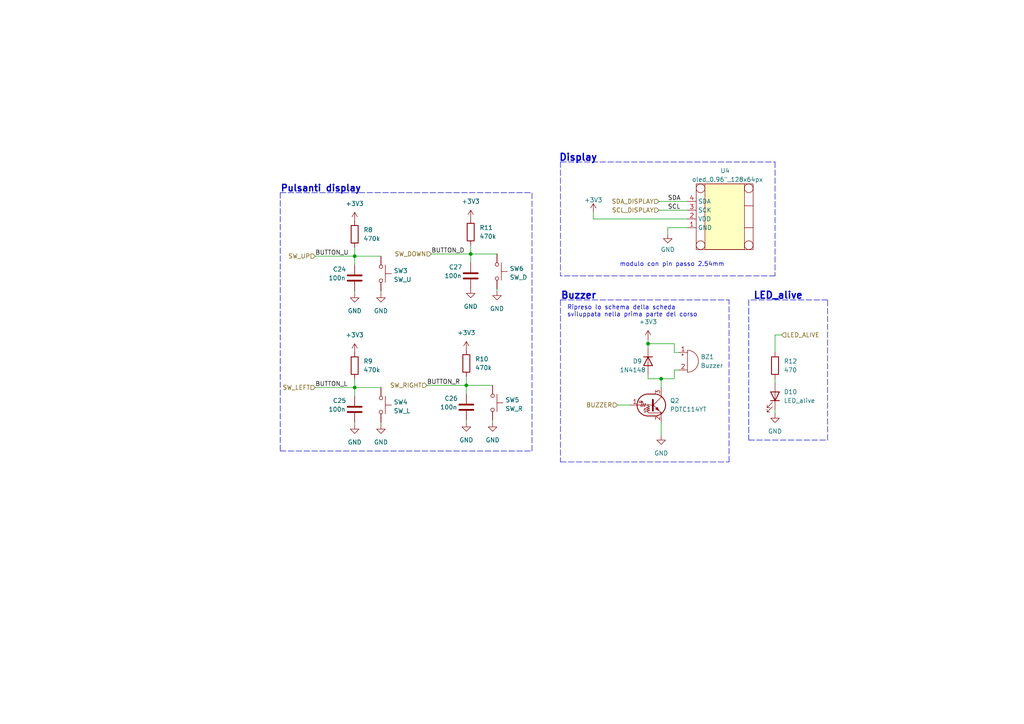
<source format=kicad_sch>
(kicad_sch (version 20211123) (generator eeschema)
  (paper "A4")
  (title_block (title "Scheda PSE RP2040") (date "2023-03-29") (rev "1.0") (comment 1 "Filippo Castellan ") (comment 2 "Edoardo Nicolodi") (comment 3 "Alessandro Speranza") (comment 4 "Ilaria Zamai"))
  (lib_symbols
    (symbol "Device:Buzzer" (pin_names (offset 0.0254) hide)
      (property "Reference" "BZ" (at 3.81 1.27 0))
      (property "Value" "Buzzer" (at 3.81 -1.27 0))
      (symbol "Buzzer_0_1"
        (arc (start 0 -3.175) (mid 3.175 0) (end 0 3.175))
        (polyline (pts (xy -1.651 1.905) (xy -1.143 1.905)))
        (polyline (pts (xy -1.397 2.159) (xy -1.397 1.651)))
        (polyline (pts (xy 0 3.175) (xy 0 -3.175)))
      )
      (symbol "Buzzer_1_1"
        (pin passive line (at -2.54 2.54 0) (length 2.54) (name "-") (number "1"))
        (pin passive line (at -2.54 -2.54 0) (length 2.54) (name "+") (number "2"))
      )
    )
    (symbol "Device:C" (pin_numbers hide) (pin_names (offset 0.254))
      (property "Reference" "C" (at 0.635 2.54 0))
      (property "Value" "C" (at 0.635 -2.54 0))
      (symbol "C_0_1"
        (polyline (pts (xy -2.032 -0.762) (xy 2.032 -0.762)) (stroke (width 0.508)))
        (polyline (pts (xy -2.032 0.762) (xy 2.032 0.762)) (stroke (width 0.508)))
      )
      (symbol "C_1_1"
        (pin passive line (at 0 3.81 270) (length 2.794) (name "~") (number "1"))
        (pin passive line (at 0 -3.81 90) (length 2.794) (name "~") (number "2"))
      )
    )
    (symbol "Device:LED" (pin_numbers hide) (pin_names (offset 1.016) hide)
      (property "Reference" "D" (at 0 2.54 0))
      (property "Value" "LED" (at 0 -2.54 0))
      (symbol "LED_0_1"
        (polyline (pts (xy -1.27 -1.27) (xy -1.27 1.27)) (stroke (width 0.254)))
        (polyline (pts (xy -1.27 0) (xy 1.27 0)))
        (polyline (pts (xy 1.27 -1.27) (xy 1.27 1.27) (xy -1.27 0) (xy 1.27 -1.27)) (stroke (width 0.254)))
        (polyline (pts (xy -3.048 -0.762) (xy -4.572 -2.286) (xy -3.81 -2.286) (xy -4.572 -2.286) (xy -4.572 -1.524)))
        (polyline (pts (xy -1.778 -0.762) (xy -3.302 -2.286) (xy -2.54 -2.286) (xy -3.302 -2.286) (xy -3.302 -1.524)))
      )
      (symbol "LED_1_1"
        (pin passive line (at -3.81 0 0) (length 2.54) (name "K") (number "1"))
        (pin passive line (at 3.81 0 180) (length 2.54) (name "A") (number "2"))
      )
    )
    (symbol "Device:R" (pin_numbers hide) (pin_names (offset 0))
      (property "Reference" "R" (at 2.032 0 90))
      (property "Value" "R" (at 0 0 90))
      (symbol "R_0_1"
        (rectangle (start -1.016 -2.54) (end 1.016 2.54) (stroke (width 0.254)))
      )
      (symbol "R_1_1"
        (pin passive line (at 0 3.81 270) (length 1.27) (name "~") (number "1"))
        (pin passive line (at 0 -3.81 90) (length 1.27) (name "~") (number "2"))
      )
    )
    (symbol "Diode:1N4148" (pin_numbers hide) (pin_names hide)
      (property "Reference" "D" (at 0 2.54 0))
      (property "Value" "1N4148" (at 0 -2.54 0))
      (symbol "1N4148_0_1"
        (polyline (pts (xy -1.27 1.27) (xy -1.27 -1.27)) (stroke (width 0.254)))
        (polyline (pts (xy 1.27 0) (xy -1.27 0)))
        (polyline (pts (xy 1.27 1.27) (xy 1.27 -1.27) (xy -1.27 0) (xy 1.27 1.27)) (stroke (width 0.254)))
      )
      (symbol "1N4148_1_1"
        (pin passive line (at -3.81 0 0) (length 2.54) (name "K") (number "1"))
        (pin passive line (at 3.81 0 180) (length 2.54) (name "A") (number "2"))
      )
    )
    (symbol "Switch:SW_Push" (pin_numbers hide) (pin_names (offset 1.016) hide)
      (property "Reference" "SW" (at 1.27 2.54 0))
      (property "Value" "SW_Push" (at 0 -1.524 0))
      (symbol "SW_Push_0_1"
        (circle (center -2.032 0) (radius 0.508))
        (polyline (pts (xy 0 1.27) (xy 0 3.048)))
        (polyline (pts (xy 2.54 1.27) (xy -2.54 1.27)))
        (circle (center 2.032 0) (radius 0.508))
        (pin passive line (at -5.08 0 0) (length 2.54) (name "1") (number "1"))
        (pin passive line (at 5.08 0 180) (length 2.54) (name "2") (number "2"))
      )
    )
    (symbol "Transistor_BJT:DTC114Y" (pin_names (offset 0) hide)
      (property "Reference" "Q" (at 5.08 1.905 0))
      (property "Value" "DTC114Y" (at 5.08 0 0))
      (symbol "DTC114Y_0_0"
        (text "10k" (at -3.302 0.889 0) (effects (font (size 0.508 0.508))))
        (text "47k" (at -2.159 -1.524 900) (effects (font (size 0.508 0.508))))
      )
      (symbol "DTC114Y_0_1"
        (circle (center -1.27 0) (radius 0.127))
        (arc (start -1.27 3.175) (mid -4.445 0) (end -1.27 -3.175) (stroke (width 0.254)))
        (polyline (pts (xy -3.429 0) (xy -3.81 0)))
        (polyline (pts (xy -1.27 -3.175) (xy 0.635 -3.175)) (stroke (width 0.254)))
        (polyline (pts (xy -1.27 3.175) (xy 0.635 3.175)) (stroke (width 0.254)))
        (polyline (pts (xy 0 -0.254) (xy 2.54 2.286)))
        (polyline (pts (xy 0.127 1.524) (xy 0.127 -1.651)) (stroke (width 0.508)) (fill (type outline)))
        (polyline (pts (xy 2.54 2.286) (xy 2.54 2.54)))
        (polyline (pts (xy 2.54 -2.286) (xy 0 0.254) (xy 0 0.254)))
        (polyline (pts (xy 0.889 -1.143) (xy 1.397 -0.635) (xy 1.905 -1.651) (xy 0.889 -1.143)) (fill (type outline)))
        (polyline (pts (xy 0 0) (xy -1.905 0) (xy -2.032 0.508) (xy -2.286 -0.508) (xy -2.54 0.508) (xy -2.794 -0.508) (xy -3.048 0.508) (xy -3.302 -0.508) (xy -3.429 0)))
        (polyline (pts (xy -1.27 0) (xy -1.27 -0.381) (xy -0.762 -0.508) (xy -1.778 -0.762) (xy -0.762 -1.016) (xy -1.778 -1.27) (xy -0.762 -1.524) (xy -1.778 -1.778) (xy -1.27 -1.905) (xy -1.27 -2.286) (xy 2.54 -2.286)))
        (arc (start 0.635 -3.175) (mid 3.81 0) (end 0.635 3.175) (stroke (width 0.254)))
        (circle (center 2.54 -2.286) (radius 0.127))
      )
      (symbol "DTC114Y_1_1"
        (pin input line (at -6.35 0 0) (length 2.54) (name "B") (number "1"))
        (pin passive line (at 2.54 -5.08 90) (length 2.54) (name "E") (number "2"))
        (pin passive line (at 2.54 5.08 270) (length 2.54) (name "C") (number "3"))
      )
    )
    (symbol "_MIA:oled_0.96{dblquote}_128x64px"
      (property "Reference" "U" (at 1.27 -10.16 0))
      (property "Value" "oled_0.96{dblquote}_128x64px" (at 1.27 -12.7 0))
      (symbol "oled_0.96{dblquote}_128x64px_0_1"
        (rectangle (start -8.89 5.08) (end 10.16 -6.35) (stroke (width 0.1524)) (fill (type background)))
        (rectangle (start -8.89 7.62) (end 10.16 -8.89) (stroke (width 0.1524)))
        (circle (center -7.62 -7.62) (radius 1.27) (stroke (width 0.1524)))
        (circle (center -7.62 6.35) (radius 1.27) (stroke (width 0.1524)))
        (polyline (pts (xy -2.54 -6.35) (xy -2.54 -8.89)) (stroke (width 0.1524)))
        (polyline (pts (xy 3.81 -8.89) (xy 3.81 -6.35)) (stroke (width 0.1524)))
        (circle (center 8.89 -7.62) (radius 1.27) (stroke (width 0.1524)))
        (circle (center 8.89 6.35) (radius 1.27) (stroke (width 0.1524)))
      )
      (symbol "oled_0.96{dblquote}_128x64px_1_1"
        (pin power_in line (at -2.54 10.16 270) (length 2.54) (name "GND") (number "1"))
        (pin power_in line (at 0 10.16 270) (length 2.54) (name "VDD") (number "2"))
        (pin unspecified line (at 2.54 10.16 270) (length 2.54) (name "SCK") (number "3"))
        (pin unspecified line (at 5.08 10.16 270) (length 2.54) (name "SDA") (number "4"))
      )
    )
    (symbol "power:+3V3" (power) (pin_names (offset 0))
      (property "Value" "+3V3" (at 0 3.556 0))
      (symbol "+3V3_0_1"
        (polyline (pts (xy -0.762 1.27) (xy 0 2.54)))
        (polyline (pts (xy 0 0) (xy 0 2.54)))
        (polyline (pts (xy 0 2.54) (xy 0.762 1.27)))
      )
      (symbol "+3V3_1_1"
        (pin power_in line (at 0 0 90) (length 0) hide (name "+3V3") (number "1"))
      )
    )
    (symbol "power:GND" (power) (pin_names (offset 0))
      (property "Value" "GND" (at 0 -3.81 0))
      (symbol "GND_0_1"
        (polyline (pts (xy 0 0) (xy 0 -1.27) (xy 1.27 -1.27) (xy 0 -2.54) (xy -1.27 -1.27) (xy 0 -1.27)))
      )
      (symbol "GND_1_1"
        (pin power_in line (at 0 0 270) (length 0) hide (name "GND") (number "1"))
      )
    )
  )
  (junction (at 135.255 111.76))
  (junction (at 191.77 109.855))
  (junction (at 187.96 99.695))
  (junction (at 102.87 74.295))
  (junction (at 136.525 73.66))
  (junction (at 102.87 112.395))
  (wire (pts (xy 187.96 99.695) (xy 195.58 99.695)))
  (wire (pts (xy 135.255 111.76) (xy 142.875 111.76)))
  (wire (pts (xy 136.525 73.66) (xy 136.525 76.2)))
  (wire (pts (xy 102.87 74.295) (xy 110.49 74.295)))
  (wire (pts (xy 224.79 109.855) (xy 224.79 111.125)))
  (wire (pts (xy 224.79 97.155) (xy 224.79 102.235)))
  (wire (pts (xy 102.87 71.755) (xy 102.87 74.295)))
  (wire (pts (xy 191.77 109.855) (xy 195.58 109.855)))
  (wire (pts (xy 191.77 109.855) (xy 191.77 112.395)))
  (wire (pts (xy 144.145 84.455) (xy 144.145 83.82)))
  (wire (pts (xy 135.255 109.22) (xy 135.255 111.76)))
  (polyline (pts (xy 162.56 46.99) (xy 162.56 80.01)))
  (wire (pts (xy 226.695 97.155) (xy 224.79 97.155)))
  (polyline (pts (xy 240.03 127.635) (xy 240.03 86.995)))
  (wire (pts (xy 102.87 109.855) (xy 102.87 112.395)))
  (wire (pts (xy 135.255 111.76) (xy 135.255 114.3)))
  (wire (pts (xy 187.96 109.855) (xy 191.77 109.855)))
  (wire (pts (xy 102.87 74.295) (xy 102.87 76.835)))
  (polyline (pts (xy 224.79 80.01) (xy 162.56 80.01)))
  (polyline (pts (xy 81.28 55.88) (xy 81.28 130.81)))
  (wire (pts (xy 191.135 60.96) (xy 199.39 60.96)))
  (wire (pts (xy 135.255 122.555) (xy 135.255 121.92)))
  (wire (pts (xy 142.875 121.92) (xy 142.875 122.555)))
  (wire (pts (xy 123.825 111.76) (xy 135.255 111.76)))
  (wire (pts (xy 191.135 58.42) (xy 199.39 58.42)))
  (wire (pts (xy 172.085 63.5) (xy 172.085 61.595)))
  (wire (pts (xy 199.39 63.5) (xy 172.085 63.5)))
  (polyline (pts (xy 217.17 127.635) (xy 240.03 127.635)))
  (wire (pts (xy 91.44 112.395) (xy 102.87 112.395)))
  (polyline (pts (xy 162.56 86.995) (xy 162.56 133.985)))
  (wire (pts (xy 102.87 85.09) (xy 102.87 84.455)))
  (wire (pts (xy 125.095 73.66) (xy 136.525 73.66)))
  (wire (pts (xy 91.44 74.295) (xy 102.87 74.295)))
  (wire (pts (xy 136.525 73.66) (xy 144.145 73.66)))
  (polyline (pts (xy 224.79 46.99) (xy 224.79 80.01)))
  (wire (pts (xy 191.77 122.555) (xy 191.77 126.365)))
  (wire (pts (xy 195.58 107.315) (xy 196.85 107.315)))
  (wire (pts (xy 136.525 71.12) (xy 136.525 73.66)))
  (polyline (pts (xy 81.28 55.88) (xy 154.305 55.88)))
  (polyline (pts (xy 154.305 130.81) (xy 154.305 55.88)))
  (wire (pts (xy 179.07 117.475) (xy 182.88 117.475)))
  (wire (pts (xy 195.58 102.235) (xy 196.85 102.235)))
  (wire (pts (xy 102.87 112.395) (xy 110.49 112.395)))
  (wire (pts (xy 193.675 66.04) (xy 193.675 67.945)))
  (polyline (pts (xy 162.56 133.985) (xy 211.455 133.985)))
  (polyline (pts (xy 217.17 86.995) (xy 217.17 90.805)))
  (wire (pts (xy 110.49 85.09) (xy 110.49 84.455)))
  (polyline (pts (xy 162.56 86.995) (xy 211.455 86.995)))
  (wire (pts (xy 102.87 112.395) (xy 102.87 114.935)))
  (wire (pts (xy 195.58 99.695) (xy 195.58 102.235)))
  (polyline (pts (xy 211.455 133.985) (xy 211.455 86.995)))
  (wire (pts (xy 110.49 122.555) (xy 110.49 123.19)))
  (polyline (pts (xy 240.03 86.995) (xy 217.17 86.995)))
  (wire (pts (xy 187.96 108.585) (xy 187.96 109.855)))
  (polyline (pts (xy 217.17 89.535) (xy 217.17 127.635)))
  (wire (pts (xy 187.96 99.695) (xy 187.96 100.965)))
  (polyline (pts (xy 81.28 130.81) (xy 154.305 130.81)))
  (wire (pts (xy 187.96 98.425) (xy 187.96 99.695)))
  (wire (pts (xy 102.87 123.19) (xy 102.87 122.555)))
  (wire (pts (xy 199.39 66.04) (xy 193.675 66.04)))
  (polyline (pts (xy 162.56 46.99) (xy 224.79 46.99)))
  (wire (pts (xy 195.58 109.855) (xy 195.58 107.315)))
  (wire (pts (xy 224.79 118.745) (xy 224.79 120.015)))
  (text "Display" (at 173.355 46.99 180) (effects (font (size 2 2) (thickness 0.4) bold) (justify right bottom)))
  (text "modulo con pin passo 2.54mm " (at 179.705 77.47 0) (effects (font (size 1.27 1.27)) (justify left bottom)))
  (text "Buzzer" (at 162.56 86.995 0) (effects (font (size 2 2) (thickness 0.4) bold) (justify left bottom)))
  (text "LED_alive\n" (at 218.44 86.995 0) (effects (font (size 2 2) bold) (justify left bottom)))
  (text "Pulsanti display" (at 81.28 55.88 0) (effects (font (size 1.9 1.9) (thickness 0.38) bold) (justify left bottom)))
  (text "Ripreso lo schema della scheda \nsviluppata nella prima parte del corso" (at 164.465 92.075 0) (effects (font (size 1.27 1.27)) (justify left bottom)))
  (label "BUTTON_R" (at 123.825 111.76 0))
  (label "BUTTON_D" (at 125.095 73.66 0))
  (label "SDA" (at 193.675 58.42 0))
  (label "BUTTON_U" (at 91.44 74.295 0))
  (label "SCL" (at 193.675 60.96 0))
  (label "BUTTON_L" (at 91.44 112.395 0))
  (hierarchical_label "SDA_DISPLAY" (shape input) (at 191.135 58.42 180))
  (hierarchical_label "SW_DOWN" (shape input) (at 125.095 73.66 180))
  (hierarchical_label "BUZZER" (shape input) (at 179.07 117.475 180))
  (hierarchical_label "SW_UP" (shape input) (at 91.44 74.295 180))
  (hierarchical_label "SCL_DISPLAY" (shape input) (at 191.135 60.96 180))
  (hierarchical_label "LED_ALIVE" (shape input) (at 226.695 97.155 0))
  (hierarchical_label "SW_LEFT" (shape input) (at 91.44 112.395 180))
  (hierarchical_label "SW_RIGHT" (shape input) (at 123.825 111.76 180))
  (symbol (lib_id "power:+3V3") (at 102.87 102.235 0) (unit 1)
    (property "Reference" "#PWR029" (effects hide))
    (property "Value" "+3V3" (at 102.87 97.155 0))
  )
  (symbol (lib_id "power:GND") (at 193.675 67.945 0) (unit 1)
    (property "Reference" "#PWR042" (effects hide))
    (property "Value" "GND" (at 193.675 72.3884 0))
  )
  (symbol (lib_id "power:+3V3") (at 187.96 98.425 0) (unit 1)
    (property "Reference" "#PWR040" (effects hide))
    (property "Value" "+3V3" (at 187.96 93.345 0))
  )
  (symbol (lib_id "Device:C") (at 135.255 118.11 0) (unit 1)
    (property "Reference" "C26" (at 128.905 115.57 0) (effects (justify left)))
    (property "Value" "100n" (at 127.635 118.11 0) (effects (justify left)))
    (property "Footprint" "Capacitor_SMD:C_0603_1608Metric" (effects hide))
  )
  (symbol (lib_id "Device:R") (at 136.525 67.31 0) (unit 1)
    (property "Reference" "R11" (at 139.065 66.0399 0) (effects (justify left)))
    (property "Value" "470k" (at 139.065 68.5799 0) (effects (justify left)))
    (property "Footprint" "Resistor_SMD:R_0603_1608Metric" (effects hide))
  )
  (symbol (lib_id "power:GND") (at 144.145 84.455 0) (unit 1)
    (property "Reference" "#PWR038" (effects hide))
    (property "Value" "GND" (at 144.145 89.535 0))
  )
  (symbol (lib_id "Device:R") (at 135.255 105.41 0) (unit 1)
    (property "Reference" "R10" (at 137.795 104.1399 0) (effects (justify left)))
    (property "Value" "470k" (at 137.795 106.6799 0) (effects (justify left)))
    (property "Footprint" "Resistor_SMD:R_0603_1608Metric" (effects hide))
  )
  (symbol (lib_id "power:GND") (at 135.255 122.555 0) (unit 1)
    (property "Reference" "#PWR034" (effects hide))
    (property "Value" "GND" (at 135.255 127.635 0))
  )
  (symbol (lib_id "Transistor_BJT:DTC114Y") (at 189.23 117.475 0) (unit 1)
    (property "Reference" "Q2" (at 194.31 116.2049 0) (effects (justify left)))
    (property "Value" "PDTC114YT" (at 194.31 118.7449 0) (effects (justify left)))
    (property "Footprint" "Package_TO_SOT_SMD:SOT-23" (effects hide))
  )
  (symbol (lib_id "Device:LED") (at 224.79 114.935 270) (mirror x) (unit 1)
    (property "Reference" "D10" (at 227.33 113.665 90) (effects (justify left)))
    (property "Value" "LED_alive" (at 227.33 116.205 90) (effects (justify left)))
    (property "Footprint" "LED_SMD:LED_0603_1608Metric" (effects hide))
  )
  (symbol (lib_id "_MIA:oled_0.96{dblquote}_128x64px") (at 209.55 63.5 90) (unit 1)
    (property "Reference" "U4" (at 208.915 49.53 90) (effects (justify right)))
    (property "Value" "oled_0.96\"_128x64px" (at 200.66 52.07 90) (effects (justify right)))
    (property "Footprint" "_PSE:128x64OLED" (effects hide))
  )
  (symbol (lib_id "power:GND") (at 102.87 123.19 0) (unit 1)
    (property "Reference" "#PWR030" (effects hide))
    (property "Value" "GND" (at 102.87 128.27 0))
  )
  (symbol (lib_id "Device:C") (at 102.87 118.745 0) (unit 1)
    (property "Reference" "C25" (at 96.52 116.205 0) (effects (justify left)))
    (property "Value" "100n" (at 95.25 118.745 0) (effects (justify left)))
    (property "Footprint" "Capacitor_SMD:C_0603_1608Metric" (effects hide))
  )
  (symbol (lib_id "Device:R") (at 224.79 106.045 0) (unit 1)
    (property "Reference" "R12" (at 227.33 104.7749 0) (effects (justify left)))
    (property "Value" "470" (at 227.33 107.3149 0) (effects (justify left)))
    (property "Footprint" "Resistor_SMD:R_0603_1608Metric" (effects hide))
  )
  (symbol (lib_id "power:GND") (at 110.49 123.19 0) (unit 1)
    (property "Reference" "#PWR032" (effects hide))
    (property "Value" "GND" (at 110.49 128.27 0))
  )
  (symbol (lib_id "Device:C") (at 102.87 80.645 0) (unit 1)
    (property "Reference" "C24" (at 96.52 78.105 0) (effects (justify left)))
    (property "Value" "100n" (at 95.25 80.645 0) (effects (justify left)))
    (property "Footprint" "Capacitor_SMD:C_0603_1608Metric" (effects hide))
  )
  (symbol (lib_id "power:+3V3") (at 135.255 101.6 0) (unit 1)
    (property "Reference" "#PWR033" (effects hide))
    (property "Value" "+3V3" (at 135.255 96.52 0))
  )
  (symbol (lib_id "power:+3V3") (at 102.87 64.135 0) (unit 1)
    (property "Reference" "#PWR027" (effects hide))
    (property "Value" "+3V3" (at 102.87 59.055 0))
  )
  (symbol (lib_id "power:GND") (at 102.87 85.09 0) (unit 1)
    (property "Reference" "#PWR028" (effects hide))
    (property "Value" "GND" (at 102.87 90.17 0))
  )
  (symbol (lib_id "Diode:1N4148") (at 187.96 104.775 270) (unit 1)
    (property "Reference" "D9" (at 183.515 104.775 90) (effects (justify left)))
    (property "Value" "1N4148" (at 179.705 107.315 90) (effects (justify left)))
    (property "Footprint" "Diode_SMD:D_SOD-123" (effects hide))
    (property "Datasheet" "https://assets.nexperia.com/documents/data-sheet/1N4148_1N4448.pdf" (effects hide))
  )
  (symbol (lib_id "Device:Buzzer") (at 199.39 104.775 0) (unit 1)
    (property "Reference" "BZ1" (at 203.2 103.5049 0) (effects (justify left)))
    (property "Value" "Buzzer" (at 203.2 106.0449 0) (effects (justify left)))
    (property "Footprint" "_PSE:MLT-8530" (effects hide))
  )
  (symbol (lib_id "Switch:SW_Push") (at 144.145 78.74 270) (unit 1)
    (property "Reference" "SW6" (at 147.828 77.9053 90) (effects (justify left)))
    (property "Value" "SW_D" (at 147.828 80.4422 90) (effects (justify left)))
    (property "Footprint" "Button_Switch_SMD:SW_SPST_EVQP0" (effects hide))
  )
  (symbol (lib_id "Device:R") (at 102.87 106.045 0) (unit 1)
    (property "Reference" "R9" (at 105.41 104.7749 0) (effects (justify left)))
    (property "Value" "470k" (at 105.41 107.3149 0) (effects (justify left)))
    (property "Footprint" "Resistor_SMD:R_0603_1608Metric" (effects hide))
  )
  (symbol (lib_id "power:GND") (at 136.525 83.82 0) (unit 1)
    (property "Reference" "#PWR036" (effects hide))
    (property "Value" "GND" (at 136.525 88.9 0))
  )
  (symbol (lib_id "Device:C") (at 136.525 80.01 0) (unit 1)
    (property "Reference" "C27" (at 130.175 77.47 0) (effects (justify left)))
    (property "Value" "100n" (at 128.905 80.01 0) (effects (justify left)))
    (property "Footprint" "Capacitor_SMD:C_0603_1608Metric" (effects hide))
  )
  (symbol (lib_id "power:+3V3") (at 172.085 61.595 0) (unit 1)
    (property "Reference" "#PWR039" (effects hide))
    (property "Value" "+3V3" (at 172.085 58.0192 0))
  )
  (symbol (lib_id "power:GND") (at 224.79 120.015 0) (unit 1)
    (property "Reference" "#PWR043" (effects hide))
    (property "Value" "GND" (at 224.79 125.095 0))
  )
  (symbol (lib_id "power:GND") (at 142.875 122.555 0) (unit 1)
    (property "Reference" "#PWR037" (effects hide))
    (property "Value" "GND" (at 142.875 127.635 0))
  )
  (symbol (lib_id "Switch:SW_Push") (at 142.875 116.84 270) (mirror x) (unit 1)
    (property "Reference" "SW5" (at 146.558 116.0053 90) (effects (justify left)))
    (property "Value" "SW_R" (at 146.558 118.5422 90) (effects (justify left)))
    (property "Footprint" "Button_Switch_SMD:SW_SPST_EVQP0" (effects hide))
  )
  (symbol (lib_id "Switch:SW_Push") (at 110.49 79.375 270) (mirror x) (unit 1)
    (property "Reference" "SW3" (at 114.173 78.5403 90) (effects (justify left)))
    (property "Value" "SW_U" (at 114.173 81.0772 90) (effects (justify left)))
    (property "Footprint" "Button_Switch_SMD:SW_SPST_EVQP0" (effects hide))
  )
  (symbol (lib_id "power:+3V3") (at 136.525 63.5 0) (unit 1)
    (property "Reference" "#PWR035" (effects hide))
    (property "Value" "+3V3" (at 136.525 58.42 0))
  )
  (symbol (lib_id "power:GND") (at 110.49 85.09 0) (unit 1)
    (property "Reference" "#PWR031" (effects hide))
    (property "Value" "GND" (at 110.49 90.17 0))
  )
  (symbol (lib_id "power:GND") (at 191.77 126.365 0) (unit 1)
    (property "Reference" "#PWR041" (effects hide))
    (property "Value" "GND" (at 191.77 131.445 0))
  )
  (symbol (lib_id "Device:R") (at 102.87 67.945 0) (unit 1)
    (property "Reference" "R8" (at 105.41 66.6749 0) (effects (justify left)))
    (property "Value" "470k" (at 105.41 69.2149 0) (effects (justify left)))
    (property "Footprint" "Resistor_SMD:R_0603_1608Metric" (effects hide))
  )
  (symbol (lib_id "Switch:SW_Push") (at 110.49 117.475 270) (mirror x) (unit 1)
    (property "Reference" "SW4" (at 114.173 116.6403 90) (effects (justify left)))
    (property "Value" "SW_L" (at 114.173 119.1772 90) (effects (justify left)))
    (property "Footprint" "Button_Switch_SMD:SW_SPST_EVQP0" (effects hide))
  )
)
</source>
